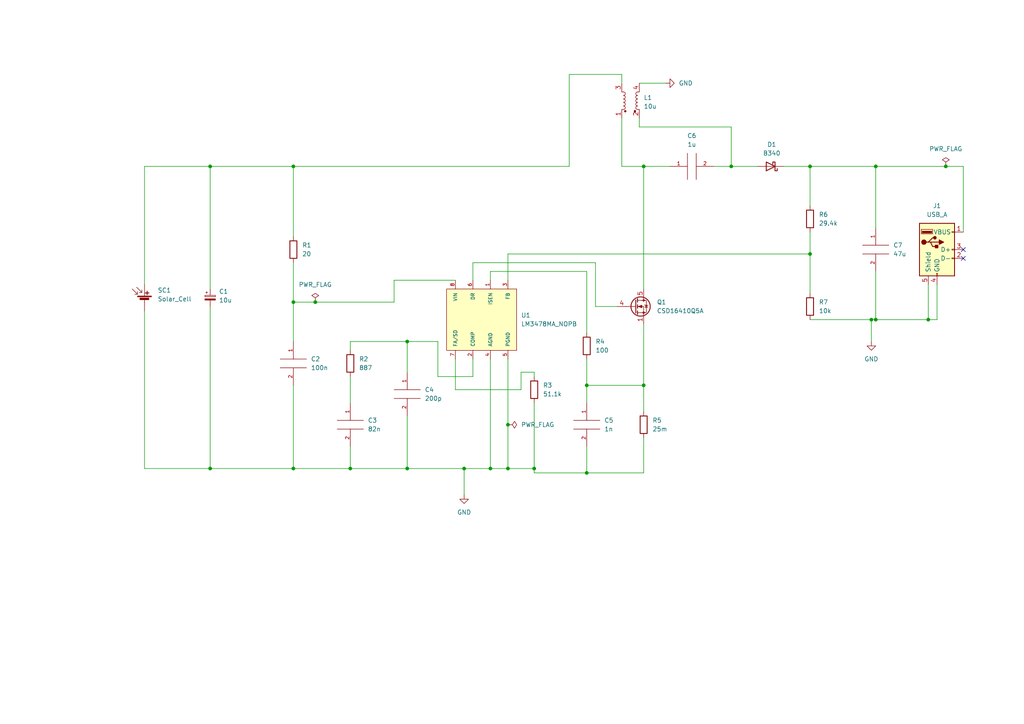
<source format=kicad_sch>
(kicad_sch (version 20211123) (generator eeschema)
  (paper "A4")
  (lib_symbols
    (symbol "Connector:USB_A" (pin_names (offset 1.016))
      (property "Reference" "J" (at -5.08 11.43 0))
      (property "Value" "USB_A" (at -5.08 8.89 0))
      (symbol "USB_A_0_1"
        (rectangle (start -5.08 -7.62) (end 5.08 7.62) (stroke (width 0.254)) (fill (type background)))
        (circle (center -3.81 2.159) (radius 0.635) (stroke (width 0.254)) (fill (type outline)))
        (rectangle (start -1.524 4.826) (end -4.318 5.334) (fill (type outline)))
        (rectangle (start -1.27 4.572) (end -4.572 5.842))
        (circle (center -0.635 3.429) (radius 0.381) (stroke (width 0.254)) (fill (type outline)))
        (rectangle (start -0.127 -7.62) (end 0.127 -6.858))
        (polyline (pts (xy -3.175 2.159) (xy -2.54 2.159) (xy -1.27 3.429) (xy -0.635 3.429)) (stroke (width 0.254)))
        (polyline (pts (xy -2.54 2.159) (xy -1.905 2.159) (xy -1.27 0.889) (xy 0 0.889)) (stroke (width 0.254)))
        (polyline (pts (xy 0.635 2.794) (xy 0.635 1.524) (xy 1.905 2.159) (xy 0.635 2.794)) (stroke (width 0.254)) (fill (type outline)))
        (rectangle (start 0.254 1.27) (end -0.508 0.508) (stroke (width 0.254)) (fill (type outline)))
        (rectangle (start 5.08 -2.667) (end 4.318 -2.413))
        (rectangle (start 5.08 -0.127) (end 4.318 0.127))
        (rectangle (start 5.08 4.953) (end 4.318 5.207))
      )
      (symbol "USB_A_1_1"
        (polyline (pts (xy -1.905 2.159) (xy 0.635 2.159)) (stroke (width 0.254)))
        (pin power_in line (at 7.62 5.08 180) (length 2.54) (name "VBUS") (number "1"))
        (pin bidirectional line (at 7.62 -2.54 180) (length 2.54) (name "D-") (number "2"))
        (pin bidirectional line (at 7.62 0 180) (length 2.54) (name "D+") (number "3"))
        (pin power_in line (at 0 -10.16 90) (length 2.54) (name "GND") (number "4"))
        (pin passive line (at -2.54 -10.16 90) (length 2.54) (name "Shield") (number "5"))
      )
    )
    (symbol "Device:C_Polarized_Small" (pin_numbers hide) (pin_names (offset 0.254) hide)
      (property "Reference" "C" (at 0.254 1.778 0))
      (property "Value" "C_Polarized_Small" (at 0.254 -2.032 0))
      (symbol "C_Polarized_Small_0_1"
        (rectangle (start -1.524 -0.3048) (end 1.524 -0.6858) (fill (type outline)))
        (rectangle (start -1.524 0.6858) (end 1.524 0.3048))
        (polyline (pts (xy -1.27 1.524) (xy -0.762 1.524)))
        (polyline (pts (xy -1.016 1.27) (xy -1.016 1.778)))
      )
      (symbol "C_Polarized_Small_1_1"
        (pin passive line (at 0 2.54 270) (length 1.8542) (name "~") (number "1"))
        (pin passive line (at 0 -2.54 90) (length 1.8542) (name "~") (number "2"))
      )
    )
    (symbol "Device:L_Coupled_1324" (pin_names (offset 0.254) hide)
      (property "Reference" "L" (at 0 4.445 0))
      (property "Value" "L_Coupled_1324" (at 0 -4.445 0))
      (symbol "L_Coupled_1324_0_1"
        (circle (center -3.048 -1.27) (radius 0.254) (fill (type outline)))
        (circle (center -3.048 1.524) (radius 0.254) (fill (type outline)))
        (arc (start -2.54 2.032) (mid -2.032 1.524) (end -1.524 2.032))
        (arc (start -1.524 -2.032) (mid -2.032 -1.524) (end -2.54 -2.032))
        (arc (start -1.524 2.032) (mid -1.016 1.524) (end -0.508 2.032))
        (arc (start -0.508 -2.032) (mid -1.016 -1.524) (end -1.524 -2.032))
        (arc (start -0.508 2.032) (mid 0 1.524) (end 0.508 2.032))
        (polyline (pts (xy -2.54 -2.032) (xy -2.54 -2.54)))
        (polyline (pts (xy -2.54 2.032) (xy -2.54 2.54)))
        (polyline (pts (xy 2.54 -2.032) (xy 2.54 -2.54)))
        (polyline (pts (xy 2.54 2.54) (xy 2.54 2.032)))
        (arc (start 0.508 -2.032) (mid 0 -1.524) (end -0.508 -2.032))
        (arc (start 0.508 2.032) (mid 1.016 1.524) (end 1.524 2.032))
        (arc (start 1.524 -2.032) (mid 1.016 -1.524) (end 0.508 -2.032))
        (arc (start 1.524 2.032) (mid 2.032 1.524) (end 2.54 2.032))
        (arc (start 2.54 -2.032) (mid 2.032 -1.524) (end 1.524 -2.032))
      )
      (symbol "L_Coupled_1324_1_1"
        (pin passive line (at -5.08 2.54 0) (length 2.54) (name "1") (number "1"))
        (pin passive line (at -5.08 -2.54 0) (length 2.54) (name "2") (number "2"))
        (pin passive line (at 5.08 2.54 180) (length 2.54) (name "3") (number "3"))
        (pin passive line (at 5.08 -2.54 180) (length 2.54) (name "4") (number "4"))
      )
    )
    (symbol "Device:R" (pin_numbers hide) (pin_names (offset 0))
      (property "Reference" "R" (at 2.032 0 90))
      (property "Value" "R" (at 0 0 90))
      (symbol "R_0_1"
        (rectangle (start -1.016 -2.54) (end 1.016 2.54) (stroke (width 0.254)))
      )
      (symbol "R_1_1"
        (pin passive line (at 0 3.81 270) (length 1.27) (name "~") (number "1"))
        (pin passive line (at 0 -3.81 90) (length 1.27) (name "~") (number "2"))
      )
    )
    (symbol "Device:Solar_Cell" (pin_numbers hide) (pin_names (offset 0) hide)
      (property "Reference" "SC" (at 2.54 2.54 0))
      (property "Value" "Solar_Cell" (at 2.54 0 0))
      (symbol "Solar_Cell_0_1"
        (rectangle (start -2.032 1.778) (end 2.032 1.524) (fill (type outline)))
        (rectangle (start -1.3208 1.1938) (end 1.27 0.6858) (fill (type outline)))
        (polyline (pts (xy -2.032 2.286) (xy -3.556 3.81)))
        (polyline (pts (xy -0.762 2.794) (xy -2.286 4.318)))
        (polyline (pts (xy 0 0.762) (xy 0 0)))
        (polyline (pts (xy 0 1.778) (xy 0 2.54)))
        (polyline (pts (xy 0.254 2.667) (xy 1.27 2.667)) (stroke (width 0.254)))
        (polyline (pts (xy 0.762 3.175) (xy 0.762 2.159)) (stroke (width 0.254)))
        (polyline (pts (xy -2.032 3.048) (xy -2.032 2.286) (xy -2.794 2.286)))
        (polyline (pts (xy -0.762 3.556) (xy -0.762 2.794) (xy -1.524 2.794)))
      )
      (symbol "Solar_Cell_1_1"
        (pin passive line (at 0 5.08 270) (length 2.54) (name "+") (number "1"))
        (pin passive line (at 0 -2.54 90) (length 2.54) (name "-") (number "2"))
      )
    )
    (symbol "Diode:B340" (pin_numbers hide) (pin_names (offset 1.016) hide)
      (property "Reference" "D" (at 0 2.54 0))
      (property "Value" "B340" (at 0 -2.54 0))
      (symbol "B340_0_1"
        (polyline (pts (xy 1.27 0) (xy -1.27 0)))
        (polyline (pts (xy 1.27 1.27) (xy 1.27 -1.27) (xy -1.27 0) (xy 1.27 1.27)) (stroke (width 0.254)))
        (polyline (pts (xy -1.905 0.635) (xy -1.905 1.27) (xy -1.27 1.27) (xy -1.27 -1.27) (xy -0.635 -1.27) (xy -0.635 -0.635)) (stroke (width 0.254)))
      )
      (symbol "B340_1_1"
        (pin passive line (at -3.81 0 0) (length 2.54) (name "K") (number "1"))
        (pin passive line (at 3.81 0 180) (length 2.54) (name "A") (number "2"))
      )
    )
    (symbol "Transistor_FET:CSD16410Q5A" (pin_names hide)
      (property "Reference" "Q" (at 5.08 1.905 0))
      (property "Value" "CSD16410Q5A" (at 5.08 0 0))
      (symbol "CSD16410Q5A_0_1"
        (polyline (pts (xy 0.254 0) (xy -2.54 0)))
        (polyline (pts (xy 0.254 1.905) (xy 0.254 -1.905)) (stroke (width 0.254)))
        (polyline (pts (xy 0.762 -1.27) (xy 0.762 -2.286)) (stroke (width 0.254)))
        (polyline (pts (xy 0.762 0.508) (xy 0.762 -0.508)) (stroke (width 0.254)))
        (polyline (pts (xy 0.762 2.286) (xy 0.762 1.27)) (stroke (width 0.254)))
        (polyline (pts (xy 2.54 2.54) (xy 2.54 1.778)))
        (polyline (pts (xy 2.54 -2.54) (xy 2.54 0) (xy 0.762 0)))
        (polyline (pts (xy 0.762 -1.778) (xy 3.302 -1.778) (xy 3.302 1.778) (xy 0.762 1.778)))
        (polyline (pts (xy 1.016 0) (xy 2.032 0.381) (xy 2.032 -0.381) (xy 1.016 0)) (fill (type outline)))
        (polyline (pts (xy 2.794 0.508) (xy 2.921 0.381) (xy 3.683 0.381) (xy 3.81 0.254)))
        (polyline (pts (xy 3.302 0.381) (xy 2.921 -0.254) (xy 3.683 -0.254) (xy 3.302 0.381)))
        (circle (center 1.651 0) (radius 2.794) (stroke (width 0.254)))
        (circle (center 2.54 -1.778) (radius 0.254) (fill (type outline)))
        (circle (center 2.54 1.778) (radius 0.254) (fill (type outline)))
      )
      (symbol "CSD16410Q5A_1_1"
        (pin passive line (at 2.54 -5.08 90) (length 2.54) (name "S") (number "1"))
        (pin passive line (at 2.54 -5.08 90) (length 2.54) hide (name "S") (number "2"))
        (pin passive line (at 2.54 -5.08 90) (length 2.54) hide (name "S") (number "3"))
        (pin passive line (at -5.08 0 0) (length 2.54) (name "G") (number "4"))
        (pin passive line (at 2.54 5.08 270) (length 2.54) (name "D") (number "5"))
      )
    )
    (symbol "eec:LM3478MA_NOPB" (pin_names (offset 1.016))
      (property "Reference" "U" (at 0 5.08 0))
      (property "Value" "LM3478MA_NOPB" (at 0 7.62 0))
      (symbol "LM3478MA_NOPB_1_1"
        (rectangle (start 5.08 2.54) (end 22.86 -17.78) (fill (type background)))
        (pin input line (at 25.4 -10.16 180) (length 2.54) (name "ISEN") (number "1"))
        (pin passive line (at 2.54 -5.08 0) (length 2.54) (name "COMP") (number "2"))
        (pin input line (at 25.4 -15.24 180) (length 2.54) (name "FB") (number "3"))
        (pin power_in line (at 2.54 -10.16 0) (length 2.54) (name "AGND") (number "4"))
        (pin power_in line (at 2.54 -15.24 0) (length 2.54) (name "PGND") (number "5"))
        (pin output line (at 25.4 -5.08 180) (length 2.54) (name "DR") (number "6"))
        (pin input line (at 2.54 0 0) (length 2.54) (name "FA/SD") (number "7"))
        (pin power_in line (at 25.4 0 180) (length 2.54) (name "VIN") (number "8"))
      )
    )
    (symbol "power:GND" (power) (pin_names (offset 0))
      (property "Value" "GND" (at 0 -3.81 0))
      (symbol "GND_0_1"
        (polyline (pts (xy 0 0) (xy 0 -1.27) (xy 1.27 -1.27) (xy 0 -2.54) (xy -1.27 -1.27) (xy 0 -1.27)))
      )
      (symbol "GND_1_1"
        (pin power_in line (at 0 0 270) (length 0) hide (name "GND") (number "1"))
      )
    )
    (symbol "power:PWR_FLAG" (power) (pin_numbers hide) (pin_names (offset 0) hide)
      (property "Value" "PWR_FLAG" (at 0 3.81 0))
      (symbol "PWR_FLAG_0_0"
        (pin power_out line (at 0 0 90) (length 0) (name "pwr") (number "1"))
      )
      (symbol "PWR_FLAG_0_1"
        (polyline (pts (xy 0 0) (xy 0 1.27) (xy -1.016 1.905) (xy 0 2.54) (xy 1.016 1.905) (xy 0 1.27)))
      )
    )
    (symbol "pspice:C" (pin_names (offset 0.254))
      (property "Reference" "C" (at 2.54 3.81 90))
      (property "Value" "C" (at 2.54 -3.81 90))
      (symbol "C_0_1"
        (polyline (pts (xy -3.81 -1.27) (xy 3.81 -1.27)))
        (polyline (pts (xy -3.81 1.27) (xy 3.81 1.27)))
      )
      (symbol "C_1_1"
        (pin passive line (at 0 6.35 270) (length 5.08) (name "~") (number "1"))
        (pin passive line (at 0 -6.35 90) (length 5.08) (name "~") (number "2"))
      )
    )
  )
  (junction (at 269.24 92.71))
  (junction (at 234.95 48.26))
  (junction (at 170.18 137.16))
  (junction (at 154.94 135.89))
  (junction (at 118.11 135.89))
  (junction (at 186.69 111.76))
  (junction (at 85.09 135.89))
  (junction (at 91.44 87.63))
  (junction (at 234.95 73.66))
  (junction (at 254 92.71))
  (junction (at 142.24 135.89))
  (junction (at 101.6 135.89))
  (junction (at 147.32 123.19))
  (junction (at 134.62 135.89))
  (junction (at 85.09 48.26))
  (junction (at 147.32 135.89))
  (junction (at 254 48.26))
  (junction (at 118.11 99.06))
  (junction (at 252.73 92.71))
  (junction (at 274.32 48.26))
  (junction (at 170.18 111.76))
  (junction (at 85.09 87.63))
  (junction (at 60.96 135.89))
  (junction (at 186.69 48.26))
  (junction (at 60.96 48.26))
  (junction (at 212.09 48.26))
  (no_connect (at 279.4 72.39))
  (no_connect (at 279.4 74.93))
  (wire (pts (xy 85.09 48.26) (xy 165.1 48.26)))
  (wire (pts (xy 118.11 99.06) (xy 127 99.06)))
  (wire (pts (xy 137.16 81.28) (xy 137.16 76.2)))
  (wire (pts (xy 234.95 67.31) (xy 234.95 73.66)))
  (wire (pts (xy 60.96 135.89) (xy 85.09 135.89)))
  (wire (pts (xy 172.72 76.2) (xy 172.72 88.9)))
  (wire (pts (xy 147.32 135.89) (xy 154.94 135.89)))
  (wire (pts (xy 147.32 81.28) (xy 147.32 73.66)))
  (wire (pts (xy 41.91 48.26) (xy 60.96 48.26)))
  (wire (pts (xy 91.44 87.63) (xy 85.09 87.63)))
  (wire (pts (xy 207.01 48.26) (xy 212.09 48.26)))
  (wire (pts (xy 118.11 107.95) (xy 118.11 99.06)))
  (wire (pts (xy 85.09 135.89) (xy 101.6 135.89)))
  (wire (pts (xy 85.09 111.76) (xy 85.09 135.89)))
  (wire (pts (xy 271.78 82.55) (xy 271.78 92.71)))
  (wire (pts (xy 134.62 135.89) (xy 134.62 143.51)))
  (wire (pts (xy 185.42 34.29) (xy 185.42 36.83)))
  (wire (pts (xy 154.94 137.16) (xy 170.18 137.16)))
  (wire (pts (xy 234.95 92.71) (xy 252.73 92.71)))
  (wire (pts (xy 165.1 21.59) (xy 180.34 21.59)))
  (wire (pts (xy 254 48.26) (xy 274.32 48.26)))
  (wire (pts (xy 170.18 78.74) (xy 170.18 96.52)))
  (wire (pts (xy 170.18 111.76) (xy 186.69 111.76)))
  (wire (pts (xy 234.95 73.66) (xy 234.95 85.09)))
  (wire (pts (xy 186.69 111.76) (xy 186.69 119.38)))
  (wire (pts (xy 254 78.74) (xy 254 92.71)))
  (wire (pts (xy 212.09 48.26) (xy 219.71 48.26)))
  (wire (pts (xy 132.08 113.03) (xy 151.13 113.03)))
  (wire (pts (xy 170.18 104.14) (xy 170.18 111.76)))
  (wire (pts (xy 137.16 76.2) (xy 172.72 76.2)))
  (wire (pts (xy 142.24 104.14) (xy 142.24 135.89)))
  (wire (pts (xy 132.08 81.28) (xy 114.3 81.28)))
  (wire (pts (xy 60.96 48.26) (xy 85.09 48.26)))
  (wire (pts (xy 234.95 48.26) (xy 254 48.26)))
  (wire (pts (xy 151.13 113.03) (xy 151.13 107.95)))
  (wire (pts (xy 137.16 109.22) (xy 127 109.22)))
  (wire (pts (xy 154.94 135.89) (xy 154.94 137.16)))
  (wire (pts (xy 114.3 87.63) (xy 91.44 87.63)))
  (wire (pts (xy 186.69 137.16) (xy 186.69 127)))
  (wire (pts (xy 269.24 92.71) (xy 271.78 92.71)))
  (wire (pts (xy 180.34 48.26) (xy 186.69 48.26)))
  (wire (pts (xy 279.4 48.26) (xy 279.4 67.31)))
  (wire (pts (xy 85.09 87.63) (xy 85.09 99.06)))
  (wire (pts (xy 41.91 135.89) (xy 60.96 135.89)))
  (wire (pts (xy 154.94 107.95) (xy 154.94 109.22)))
  (wire (pts (xy 172.72 88.9) (xy 179.07 88.9)))
  (wire (pts (xy 101.6 135.89) (xy 101.6 129.54)))
  (wire (pts (xy 170.18 129.54) (xy 170.18 137.16)))
  (wire (pts (xy 147.32 123.19) (xy 147.32 135.89)))
  (wire (pts (xy 142.24 135.89) (xy 147.32 135.89)))
  (wire (pts (xy 180.34 21.59) (xy 180.34 24.13)))
  (wire (pts (xy 137.16 104.14) (xy 137.16 109.22)))
  (wire (pts (xy 142.24 78.74) (xy 170.18 78.74)))
  (wire (pts (xy 186.69 93.98) (xy 186.69 111.76)))
  (wire (pts (xy 134.62 135.89) (xy 142.24 135.89)))
  (wire (pts (xy 127 109.22) (xy 127 99.06)))
  (wire (pts (xy 269.24 82.55) (xy 269.24 92.71)))
  (wire (pts (xy 252.73 92.71) (xy 254 92.71)))
  (wire (pts (xy 254 92.71) (xy 269.24 92.71)))
  (wire (pts (xy 212.09 36.83) (xy 212.09 48.26)))
  (wire (pts (xy 252.73 92.71) (xy 252.73 99.06)))
  (wire (pts (xy 60.96 83.82) (xy 60.96 48.26)))
  (wire (pts (xy 142.24 81.28) (xy 142.24 78.74)))
  (wire (pts (xy 254 48.26) (xy 254 66.04)))
  (wire (pts (xy 118.11 135.89) (xy 134.62 135.89)))
  (wire (pts (xy 165.1 48.26) (xy 165.1 21.59)))
  (wire (pts (xy 186.69 48.26) (xy 194.31 48.26)))
  (wire (pts (xy 154.94 116.84) (xy 154.94 135.89)))
  (wire (pts (xy 170.18 137.16) (xy 186.69 137.16)))
  (wire (pts (xy 147.32 73.66) (xy 234.95 73.66)))
  (wire (pts (xy 170.18 111.76) (xy 170.18 116.84)))
  (wire (pts (xy 101.6 109.22) (xy 101.6 116.84)))
  (wire (pts (xy 227.33 48.26) (xy 234.95 48.26)))
  (wire (pts (xy 101.6 135.89) (xy 118.11 135.89)))
  (wire (pts (xy 114.3 81.28) (xy 114.3 87.63)))
  (wire (pts (xy 101.6 99.06) (xy 101.6 101.6)))
  (wire (pts (xy 41.91 82.55) (xy 41.91 48.26)))
  (wire (pts (xy 60.96 88.9) (xy 60.96 135.89)))
  (wire (pts (xy 185.42 36.83) (xy 212.09 36.83)))
  (wire (pts (xy 151.13 107.95) (xy 154.94 107.95)))
  (wire (pts (xy 41.91 90.17) (xy 41.91 135.89)))
  (wire (pts (xy 85.09 68.58) (xy 85.09 48.26)))
  (wire (pts (xy 274.32 48.26) (xy 279.4 48.26)))
  (wire (pts (xy 118.11 135.89) (xy 118.11 120.65)))
  (wire (pts (xy 118.11 99.06) (xy 101.6 99.06)))
  (wire (pts (xy 132.08 104.14) (xy 132.08 113.03)))
  (wire (pts (xy 85.09 76.2) (xy 85.09 87.63)))
  (wire (pts (xy 234.95 48.26) (xy 234.95 59.69)))
  (wire (pts (xy 180.34 34.29) (xy 180.34 48.26)))
  (wire (pts (xy 185.42 24.13) (xy 193.04 24.13)))
  (wire (pts (xy 186.69 83.82) (xy 186.69 48.26)))
  (wire (pts (xy 147.32 104.14) (xy 147.32 123.19)))
  (symbol (lib_id "Device:R") (at 186.69 123.19 0) (unit 1)
    (property "Reference" "R5" (at 189.23 121.9199 0) (effects (justify left)))
    (property "Value" "25m" (at 189.23 124.4599 0) (effects (justify left)))
    (property "Footprint" "Resistor_SMD:R_2816_7142Metric_Pad3.20x4.45mm_HandSolder" (effects hide))
    (property "Datasheet" "https://www.seielect.com/catalog/sei-csr_csrn.pdf" (effects hide))
  )
  (symbol (lib_id "power:PWR_FLAG") (at 274.32 48.26 0) (unit 1)
    (property "Reference" "#FLG0103" (effects hide))
    (property "Value" "PWR_FLAG" (at 274.32 43.18 0))
  )
  (symbol (lib_id "power:GND") (at 252.73 99.06 0) (unit 1)
    (property "Reference" "#PWR0103" (effects hide))
    (property "Value" "GND" (at 252.73 104.14 0))
  )
  (symbol (lib_id "pspice:C") (at 118.11 114.3 0) (unit 1)
    (property "Reference" "C4" (at 123.19 113.0299 0) (effects (justify left)))
    (property "Value" "200p" (at 123.19 115.5699 0) (effects (justify left)))
    (property "Footprint" "Capacitor_SMD:C_1812_4532Metric_Pad1.57x3.40mm_HandSolder" (effects hide))
    (property "Datasheet" "https://www.digikey.com/en/products/detail/yageo/CC0603KRX7R9BB201/5883801" (effects hide))
  )
  (symbol (lib_id "Device:R") (at 101.6 105.41 0) (unit 1)
    (property "Reference" "R2" (at 104.14 104.1399 0) (effects (justify left)))
    (property "Value" "887" (at 104.14 106.6799 0) (effects (justify left)))
    (property "Footprint" "Resistor_SMD:R_2816_7142Metric_Pad3.20x4.45mm_HandSolder" (effects hide))
    (property "Datasheet" "https://industrial.panasonic.com/cdbs/www-data/pdf/RDA0000/AOA0000C304.pdf" (effects hide))
  )
  (symbol (lib_id "power:GND") (at 193.04 24.13 90) (unit 1)
    (property "Reference" "#PWR0101" (effects hide))
    (property "Value" "GND" (at 196.85 24.1299 90) (effects (justify right)))
  )
  (symbol (lib_id "pspice:C") (at 170.18 123.19 0) (unit 1)
    (property "Reference" "C5" (at 175.26 121.9199 0) (effects (justify left)))
    (property "Value" "1n" (at 175.26 124.4599 0) (effects (justify left)))
    (property "Footprint" "Capacitor_SMD:C_0603_1608Metric_Pad1.08x0.95mm_HandSolder" (effects hide))
    (property "Datasheet" "https://search.murata.co.jp/Ceramy/image/img/A01X/G101/ENG/GRM1555C1H102JA01-01.pdf" (effects hide))
  )
  (symbol (lib_id "pspice:C") (at 200.66 48.26 90) (unit 1)
    (property "Reference" "C6" (at 200.66 39.37 90))
    (property "Value" "1u" (at 200.66 41.91 90))
    (property "Footprint" "Capacitor_SMD:C_2220_5650Metric_Pad1.97x5.40mm_HandSolder" (effects hide))
    (property "Datasheet" "https://search.murata.co.jp/Ceramy/image/img/A01X/G101/ENG/GRM21BR71C105KA01-01.pdf" (effects hide))
  )
  (symbol (lib_id "Device:R") (at 170.18 100.33 0) (unit 1)
    (property "Reference" "R4" (at 172.72 99.0599 0) (effects (justify left)))
    (property "Value" "100" (at 172.72 101.5999 0) (effects (justify left)))
    (property "Footprint" "Resistor_SMD:R_0603_1608Metric_Pad0.98x0.95mm_HandSolder" (effects hide))
    (property "Datasheet" "https://www.vishay.com/docs/20035/dcrcwe3.pdf" (effects hide))
  )
  (symbol (lib_id "Device:R") (at 154.94 113.03 0) (unit 1)
    (property "Reference" "R3" (at 157.48 111.7599 0) (effects (justify left)))
    (property "Value" "51.1k" (at 157.48 114.2999 0) (effects (justify left)))
    (property "Footprint" "Resistor_SMD:R_0603_1608Metric_Pad0.98x0.95mm_HandSolder" (effects hide))
    (property "Datasheet" "https://www.vishay.com/docs/20035/dcrcwe3.pdf" (effects hide))
  )
  (symbol (lib_id "pspice:C") (at 85.09 105.41 0) (unit 1)
    (property "Reference" "C2" (at 90.17 104.1399 0) (effects (justify left)))
    (property "Value" "100n" (at 90.17 106.6799 0) (effects (justify left)))
    (property "Footprint" "Capacitor_SMD:C_0603_1608Metric_Pad1.08x0.95mm_HandSolder" (effects hide))
    (property "Datasheet" "https://search.murata.co.jp/Ceramy/image/img/A01X/G101/ENG/GRM155R71C104KA88-01.pdf" (effects hide))
  )
  (symbol (lib_id "pspice:C") (at 101.6 123.19 0) (unit 1)
    (property "Reference" "C3" (at 106.68 121.9199 0) (effects (justify left)))
    (property "Value" "82n" (at 106.68 124.4599 0) (effects (justify left)))
    (property "Footprint" "Capacitor_SMD:C_0603_1608Metric_Pad1.08x0.95mm_HandSolder" (effects hide))
    (property "Datasheet" "https://www.digikey.com/en/products/detail/walsin-technology-corporation/0402B823K160CT/9354730" (effects hide))
  )
  (symbol (lib_id "Device:R") (at 234.95 63.5 0) (unit 1)
    (property "Reference" "R6" (at 237.49 62.2299 0) (effects (justify left)))
    (property "Value" "29.4k" (at 237.49 64.7699 0) (effects (justify left)))
    (property "Footprint" "Resistor_SMD:R_0603_1608Metric_Pad0.98x0.95mm_HandSolder" (effects hide))
    (property "Datasheet" "https://www.vishay.com/docs/20035/dcrcwe3.pdf" (effects hide))
  )
  (symbol (lib_id "Device:C_Polarized_Small") (at 60.96 86.36 0) (unit 1)
    (property "Reference" "C1" (at 63.5 84.5438 0) (effects (justify left)))
    (property "Value" "10u" (at 63.5 87.0838 0) (effects (justify left)))
    (property "Footprint" "Capacitor_SMD:CP_Elec_3x5.3" (effects hide))
    (property "Datasheet" "https://datasheets.kyocera-avx.com/TPS.pdf" (effects hide))
  )
  (symbol (lib_id "Device:R") (at 234.95 88.9 0) (unit 1)
    (property "Reference" "R7" (at 237.49 87.6299 0) (effects (justify left)))
    (property "Value" "10k" (at 237.49 90.1699 0) (effects (justify left)))
    (property "Footprint" "Resistor_SMD:R_0805_2012Metric" (effects hide))
    (property "Datasheet" "https://www.seielect.com/catalog/sei-rncp.pdf" (effects hide))
  )
  (symbol (lib_id "power:PWR_FLAG") (at 147.32 123.19 270) (unit 1)
    (property "Reference" "#FLG0102" (effects hide))
    (property "Value" "PWR_FLAG" (at 151.13 123.1899 90) (effects (justify left)))
  )
  (symbol (lib_id "Connector:USB_A") (at 271.78 72.39 0) (unit 1)
    (property "Reference" "J1" (at 271.78 59.69 0))
    (property "Value" "USB_A" (at 271.78 62.23 0))
    (property "Footprint" "Connector_USB:USB_A_Molex_67643_Horizontal" (effects hide))
    (property "Datasheet" "https://www.molex.com/pdm_docs/sd/676430910_sd.pdf" (effects hide))
  )
  (symbol (lib_id "power:PWR_FLAG") (at 91.44 87.63 0) (unit 1)
    (property "Reference" "#FLG0101" (effects hide))
    (property "Value" "PWR_FLAG" (at 91.44 82.55 0))
  )
  (symbol (lib_id "power:GND") (at 134.62 143.51 0) (unit 1)
    (property "Reference" "#PWR0102" (effects hide))
    (property "Value" "GND" (at 134.62 148.59 0))
  )
  (symbol (lib_id "eec:LM3478MA_NOPB") (at 132.08 106.68 90) (unit 1)
    (property "Reference" "U1" (at 151.13 91.4399 90) (effects (justify right)))
    (property "Value" "LM3478MA_NOPB" (at 151.13 93.9799 90) (effects (justify right)))
    (property "Footprint" "Package_SO:SOIC-8_3.9x4.9mm_P1.27mm" (effects hide))
    (property "Datasheet" "https://www.ti.com/lit/ds/symlink/lm3478.pdf?HQS=dis-dk-null-digikeymode-dsf-pf-null-wwe&ts=1650897283499&ref_url=https%253A%252F%252Fwww.ti.com%252Fgeneral%252Fdocs%252Fsuppproductinfo.tsp%253FdistId%253D10%2526gotoUrl%253Dhttps%253A%252F%252Fwww.ti.com%252Flit%252Fgpn%252Flm3478" (effects hide))
    (property "Code  IPC" "SOIC127P600-8" (effects hide))
    (property "Code  JEDEC" "MS-012-AA" (effects hide))
    (property "Comp Type" "MiscPower" (effects hide))
    (property "Component Link 1 Description" "Datasheet URL" (effects hide))
    (property "Component Link 1 URL" "http://www.ti.com/general/docs/lit/getliterature.tsp?genericPartNumber=LM3478&fileType=pdf" (effects hide))
    (property "High  Reliability" "Y" (effects hide))
    (property "Package Description" "SOIC Narrow, 4.9 x 3.9 x 1.45mm, 8 Lead, 1.27mm Pitch" (effects hide))
    (property "Package Top Marking" "NSZXTT*L3478*MA" (effects hide))
    (property "Pin Count" "8" (effects hide))
    (property "Power Wise" "N" (effects hide))
    (property "category" "IC" (effects hide))
    (property "ciiva ids" "1476363" (effects hide))
    (property "library id" "5b2af8facd9a6c1e" (effects hide))
    (property "manufacturer" "Texas Instruments" (effects hide))
    (property "package" "D0008A" (effects hide))
    (property "release date" "1464093499" (effects hide))
    (property "rohs" "Yes" (effects hide))
    (property "vault revision" "9832135E-4D35-4858-BAD6-38396113CEAB" (effects hide))
    (property "imported" "yes" (effects hide))
  )
  (symbol (lib_id "Device:R") (at 85.09 72.39 0) (unit 1)
    (property "Reference" "R1" (at 87.63 71.1199 0) (effects (justify left)))
    (property "Value" "20" (at 87.63 73.6599 0) (effects (justify left)))
    (property "Footprint" "Resistor_SMD:R_0603_1608Metric_Pad0.98x0.95mm_HandSolder" (effects hide))
    (property "Datasheet" "https://www.vishay.com/docs/20035/dcrcwe3.pdf" (effects hide))
  )
  (symbol (lib_id "Device:L_Coupled_1324") (at 182.88 29.21 90) (unit 1)
    (property "Reference" "L1" (at 186.69 28.3209 90) (effects (justify right)))
    (property "Value" "10u" (at 186.69 30.8609 90) (effects (justify right)))
    (property "Footprint" "SolarChargelibrary:DRQ" (effects hide))
    (property "Datasheet" "https://www.eaton.com/content/dam/eaton/products/electronic-components/resources/data-sheet/eaton-drq-shielded-drum-core-power-inductors-data-sheet.pdf" (effects hide))
  )
  (symbol (lib_id "Transistor_FET:CSD16410Q5A") (at 184.15 88.9 0) (unit 1)
    (property "Reference" "Q1" (at 190.5 87.6299 0) (effects (justify left)))
    (property "Value" "CSD16410Q5A" (at 190.5 90.1699 0) (effects (justify left)))
    (property "Footprint" "Package_TO_SOT_SMD:TDSON-8-1" (effects hide))
    (property "Datasheet" "http://www.ti.com/lit/gpn/csd16410q5a" (effects hide))
  )
  (symbol (lib_id "pspice:C") (at 254 72.39 0) (unit 1)
    (property "Reference" "C7" (at 259.08 71.1199 0) (effects (justify left)))
    (property "Value" "47u" (at 259.08 73.6599 0) (effects (justify left)))
    (property "Footprint" "Capacitor_SMD:CP_Elec_3x5.3" (effects hide))
    (property "Datasheet" "https://search.murata.co.jp/Ceramy/image/img/A01X/G101/ENG/GRM31CR61A476KE15-01.pdf" (effects hide))
  )
  (symbol (lib_id "Diode:B340") (at 223.52 48.26 180) (unit 1)
    (property "Reference" "D1" (at 223.8375 41.91 0))
    (property "Value" "B340" (at 223.8375 44.45 0))
    (property "Footprint" "Diode_SMD:D_SMC" (effects hide))
    (property "Datasheet" "https://www.digikey.com/en/products/detail/diodes-incorporated/B340B-13-F/768869" (effects hide))
  )
  (symbol (lib_id "Device:Solar_Cell") (at 41.91 87.63 0) (unit 1)
    (property "Reference" "SC1" (at 45.72 84.2009 0) (effects (justify left)))
    (property "Value" "Solar_Cell" (at 45.72 86.7409 0) (effects (justify left)))
    (property "Footprint" "SolarChargelibrary:SIP-2" (effects hide))
  )
)
</source>
